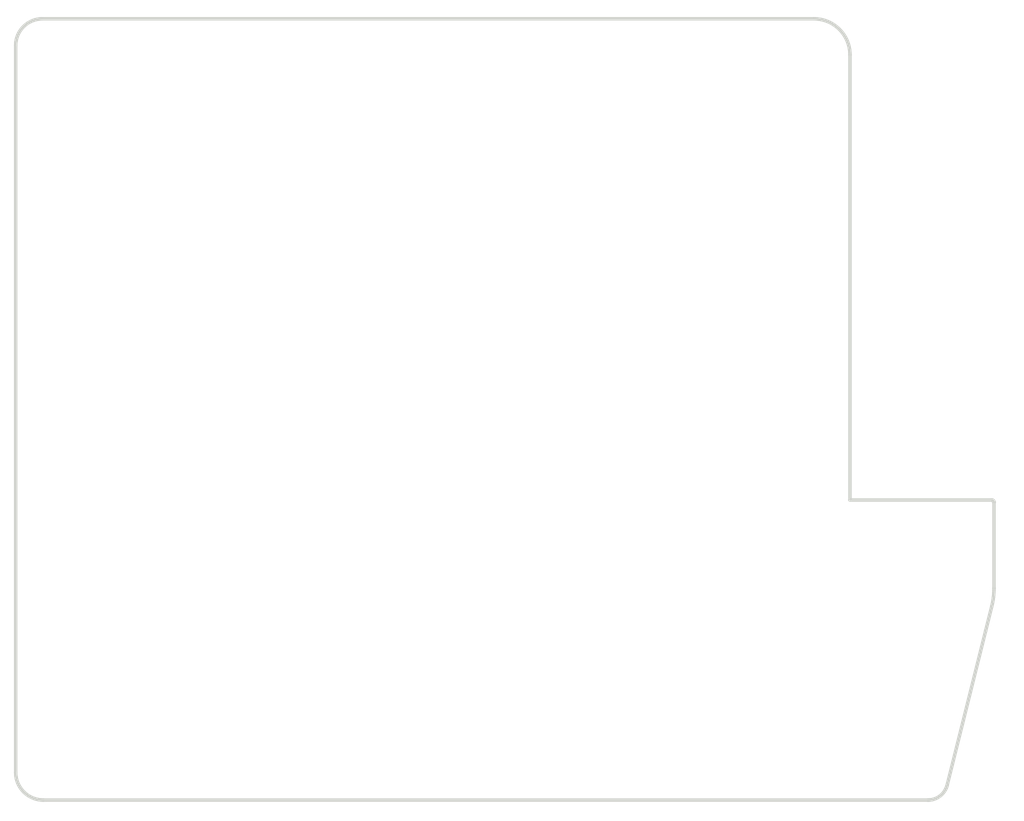
<source format=kicad_pcb>
(kicad_pcb (version 20211014) (generator pcbnew)
  (layers (0 "F.Cu" signal) (31 "B.Cu" signal) (34 "B.Paste" user) (35 "F.Paste" user) (36 "B.SilkS" user "B.Silkscreen") (37 "F.SilkS" user "F.Silkscreen") (38 "B.Mask" user) (39 "F.Mask" user) (44 "Edge.Cuts" user))
  (net 0 "")
  (net 1 "GND")
  (footprint "split-mini:spacer_m2_2.2mm" (layer "F.Cu") (at 48.46 74.8)
    (fp_text reference "Ref3" hide)
    (fp_text value "Val3" hide)
    (pad "" np_thru_hole circle locked (at 0 0) (size 2.2 2.2) (drill 2.2) (layers F&B.Cu *.Mask))
  )
  (footprint "split-mini:spacer_m2_2.2mm" (layer "F.Cu") (at 23.57 19.92)
    (fp_text reference "Ref1" hide)
    (fp_text value "Val1" hide)
    (pad "" np_thru_hole circle locked (at 0 0) (size 2.2 2.2) (drill 2.2) (layers F&B.Cu *.Mask))
  )
  (footprint "split-mini:spacer_m2_2.2mm" (layer "F.Cu") (at 94.74 73.21)
    (fp_text reference "Ref4" hide)
    (fp_text value "Val4" hide)
    (pad "" np_thru_hole circle locked (at 0 0) (size 2.2 2.2) (drill 2.2) (layers F&B.Cu *.Mask))
  )
  (footprint "split-mini:spacer_m2_2.2mm" (layer "F.Cu") (at 89.55 19.93)
    (fp_text reference "Ref2" hide)
    (fp_text value "Val2" hide)
    (pad "" np_thru_hole circle locked (at 0 0) (size 2.2 2.2) (drill 2.2) (layers F&B.Cu *.Mask))
  )
  (gr_line (start 14.780401 18.578385) (end 14.732187 18.700673) (layer "Edge.Cuts") (width 0.349999))
  (gr_line (start 107.99181 94.873409) (end 108.087317 94.740105) (layer "Edge.Cuts") (width 0.349999))
  (gr_line (start 112.896823 65.424635) (end 112.885225 65.42134) (layer "Edge.Cuts") (width 0.349999))
  (gr_line (start 98.210503 18.990315) (end 98.13032 18.833759) (layer "Edge.Cuts") (width 0.349999))
  (gr_line (start 97.948452 18.534392) (end 97.847223 18.392038) (layer "Edge.Cuts") (width 0.349999))
  (gr_line (start 96.820421 17.459222) (end 96.668372 17.371794) (layer "Edge.Cuts") (width 0.349999))
  (gr_line (start 15.268316 17.815929) (end 15.183682 17.913642) (layer "Edge.Cuts") (width 0.349999))
  (gr_line (start 112.83672 65.413958) (end 112.824143 65.413638) (layer "Edge.Cuts") (width 0.349999))
  (gr_line (start 16.213406 17.145251) (end 16.094126 17.199185) (layer "Edge.Cuts") (width 0.349999))
  (gr_line (start 15.485415 94.91984) (end 15.589743 95.009711) (layer "Edge.Cuts") (width 0.349999))
  (gr_line (start 15.809899 95.172677) (end 15.92527 95.245584) (layer "Edge.Cuts") (width 0.349999))
  (gr_line (start 15.589743 95.009711) (end 15.697981 95.094021) (layer "Edge.Cuts") (width 0.349999))
  (gr_line (start 15.450994 17.633234) (end 15.357477 17.722403) (layer "Edge.Cuts") (width 0.349999))
  (gr_line (start 107.375451 95.396875) (end 107.514993 95.313006) (layer "Edge.Cuts") (width 0.349999))
  (gr_line (start 112.960793 65.455393) (end 112.950877 65.449035) (layer "Edge.Cuts") (width 0.349999))
  (gr_line (start 112.930104 65.437751) (end 112.919278 65.432856) (layer "Edge.Cuts") (width 0.349999))
  (gr_line (start 95.669432 17.007325) (end 95.49063 16.975392) (layer "Edge.Cuts") (width 0.349999))
  (gr_line (start 108.210073 94.524731) (end 108.245187 94.44909) (layer "Edge.Cuts") (width 0.349999))
  (gr_line (start 112.849133 65.414903) (end 112.83672 65.413958) (layer "Edge.Cuts") (width 0.349999))
  (gr_line (start 97.11009 17.654897) (end 96.967737 17.553666) (layer "Edge.Cuts") (width 0.349999))
  (gr_line (start 106.756106 95.612478) (end 106.837995 95.596706) (layer "Edge.Cuts") (width 0.349999))
  (gr_line (start 94.937684 16.93355) (end 17.261574 16.93355) (layer "Edge.Cuts") (width 0.349999))
  (gr_line (start 96.511816 17.29161) (end 96.350983 17.218897) (layer "Edge.Cuts") (width 0.349999))
  (gr_line (start 107.647071 95.2182) (end 107.771015 95.112981) (layer "Edge.Cuts") (width 0.349999))
  (gr_line (start 113.068543 74.296435) (end 113.068543 74.296435) (layer "Edge.Cuts") (width 0.349999))
  (gr_line (start 107.771015 95.112981) (end 107.886153 94.997876) (layer "Edge.Cuts") (width 0.349999))
  (gr_line (start 16.545903 95.520564) (end 16.677186 95.556986) (layer "Edge.Cuts") (width 0.349999))
  (gr_line (start 15.037015 94.399857) (end 15.11568 94.511769) (layer "Edge.Cuts") (width 0.349999))
  (gr_line (start 112.844742 76.119097) (end 112.844742 76.119097) (layer "Edge.Cuts") (width 0.349999))
  (gr_line (start 98.042894 18.681709) (end 97.948452 18.534392) (layer "Edge.Cuts") (width 0.349999))
  (gr_line (start 112.885225 65.42134) (end 112.873401 65.41861) (layer "Edge.Cuts") (width 0.349999))
  (gr_line (start 15.357477 17.722403) (end 15.268316 17.815929) (layer "Edge.Cuts") (width 0.349999))
  (gr_line (start 113.012737 65.502594) (end 113.005055 65.493726) (layer "Edge.Cuts") (width 0.349999))
  (gr_line (start 98.405308 19.484738) (end 98.348225 19.316033) (layer "Edge.Cuts") (width 0.349999))
  (gr_line (start 106.589336 95.633784) (end 106.673192 95.624859) (layer "Edge.Cuts") (width 0.349999))
  (gr_line (start 14.9641 94.284491) (end 15.037015 94.399857) (layer "Edge.Cuts") (width 0.349999))
  (gr_line (start 113.012384 75.214608) (end 113.036924 74.985949) (layer "Edge.Cuts") (width 0.349999))
  (gr_line (start 95.30892 16.9523) (end 95.124528 16.938277) (layer "Edge.Cuts") (width 0.349999))
  (gr_line (start 17.356812 95.641024) (end 17.356812 95.641024) (layer "Edge.Cuts") (width 0.349999))
  (gr_line (start 14.897028 94.165902) (end 14.9641 94.284491) (layer "Edge.Cuts") (width 0.349999))
  (gr_line (start 15.2 94.62) (end 15.289879 94.724321) (layer "Edge.Cuts") (width 0.349999))
  (gr_line (start 112.861365 65.416459) (end 112.849133 65.414903) (layer "Edge.Cuts") (width 0.349999))
  (gr_line (start 113.068543 74.296435) (end 113.068543 65.658038) (layer "Edge.Cuts") (width 0.349999))
  (gr_line (start 14.835895 94.044317) (end 14.897028 94.165902) (layer "Edge.Cuts") (width 0.349999))
  (gr_line (start 14.568551 92.852954) (end 14.571977 92.991216) (layer "Edge.Cuts") (width 0.349999))
  (gr_line (start 108.331943 94.211539) (end 108.354386 94.129031) (layer "Edge.Cuts") (width 0.349999))
  (gr_line (start 113.053714 65.574017) (end 113.049338 65.56292) (layer "Edge.Cuts") (width 0.349999))
  (gr_line (start 15.650424 17.468643) (end 15.5487 17.548591) (layer "Edge.Cuts") (width 0.349999))
  (gr_line (start 14.568795 19.626572) (end 14.568795 19.626572) (layer "Edge.Cuts") (width 0.349999))
  (gr_line (start 113.005055 65.493726) (end 112.996963 65.485238) (layer "Edge.Cuts") (width 0.349999))
  (gr_line (start 16.718874 16.988305) (end 16.588593 17.018384) (layer "Edge.Cuts") (width 0.349999))
  (gr_line (start 97.247252 17.762686) (end 97.11009 17.654897) (layer "Edge.Cuts") (width 0.349999))
  (gr_line (start 14.731824 93.793074) (end 14.780796 93.919965) (layer "Edge.Cuts") (width 0.349999))
  (gr_line (start 16.851481 16.964613) (end 16.718874 16.988305) (layer "Edge.Cuts") (width 0.349999))
  (gr_line (start 15.865252 17.323509) (end 15.755998 17.393559) (layer "Edge.Cuts") (width 0.349999))
  (gr_line (start 113.036924 74.985949) (end 113.054477 74.756594) (layer "Edge.Cuts") (width 0.349999))
  (gr_line (start 15.11568 94.511769) (end 15.2 94.62) (layer "Edge.Cuts") (width 0.349999))
  (gr_line (start 17.356812 95.641024) (end 106.419137 95.641001) (layer "Edge.Cuts") (width 0.349999))
  (gr_line (start 16.043864 95.312647) (end 16.165452 95.373771) (layer "Edge.Cuts") (width 0.349999))
  (gr_line (start 112.897036 75.894817) (end 112.94242 75.669202) (layer "Edge.Cuts") (width 0.349999))
  (gr_line (start 16.810321 95.586997) (end 16.94508 95.6105) (layer "Edge.Cuts") (width 0.349999))
  (gr_line (start 14.732187 18.700673) (end 14.689853 18.825796) (layer "Edge.Cuts") (width 0.349999))
  (gr_line (start 106.504623 95.639186) (end 106.589336 95.633784) (layer "Edge.Cuts") (width 0.349999))
  (gr_line (start 106.673192 95.624859) (end 106.756106 95.612478) (layer "Edge.Cuts") (width 0.349999))
  (gr_line (start 107.886153 94.997876) (end 107.99181 94.873409) (layer "Edge.Cuts") (width 0.349999))
  (gr_line (start 94.937684 16.93355) (end 94.937684 16.93355) (layer "Edge.Cuts") (width 0.349999))
  (gr_line (start 14.571977 92.991216) (end 14.582194 93.128539) (layer "Edge.Cuts") (width 0.349999))
  (gr_line (start 113.067281 65.633054) (end 113.065727 65.620825) (layer "Edge.Cuts") (width 0.349999))
  (gr_line (start 98.568543 65.413607) (end 98.568543 65.413607) (layer "Edge.Cuts") (width 0.349999))
  (gr_line (start 108.245187 94.44909) (end 108.27726 94.371634) (layer "Edge.Cuts") (width 0.349999))
  (gr_line (start 113.057556 65.585372) (end 113.053714 65.574017) (layer "Edge.Cuts") (width 0.349999))
  (gr_line (start 113.065727 65.620825) (end 113.063578 65.608791) (layer "Edge.Cuts") (width 0.349999))
  (gr_line (start 17.261574 16.93355) (end 17.123 16.937066) (layer "Edge.Cuts") (width 0.349999))
  (gr_line (start 15.697981 95.094021) (end 15.809899 95.172677) (layer "Edge.Cuts") (width 0.349999))
  (gr_line (start 113.019992 65.511826) (end 113.012737 65.502594) (layer "Edge.Cuts") (width 0.349999))
  (gr_line (start 112.226159 78.600116) (end 112.844742 76.119097) (layer "Edge.Cuts") (width 0.349999))
  (gr_line (start 97.378996 17.876807) (end 97.247252 17.762686) (layer "Edge.Cuts") (width 0.349999))
  (gr_line (start 14.834325 18.459099) (end 14.780401 18.578385) (layer "Edge.Cuts") (width 0.349999))
  (gr_line (start 113.068543 65.658038) (end 113.068543 65.658038) (layer "Edge.Cuts") (width 0.349999))
  (gr_line (start 98.13032 18.833759) (end 98.042894 18.681709) (layer "Edge.Cuts") (width 0.349999))
  (gr_line (start 16.289808 95.428861) (end 16.416701 95.477824) (layer "Edge.Cuts") (width 0.349999))
  (gr_line (start 14.780796 93.919965) (end 14.835895 94.044317) (layer "Edge.Cuts") (width 0.349999))
  (gr_line (start 15.385224 94.824504) (end 15.385224 94.824504) (layer "Edge.Cuts") (width 0.349999))
  (gr_line (start 106.419137 95.641001) (end 106.419137 95.641001) (layer "Edge.Cuts") (width 0.349999))
  (gr_line (start 107.076671 95.529702) (end 107.22912 95.469282) (layer "Edge.Cuts") (width 0.349999))
  (gr_line (start 97.625315 18.12313) (end 97.505093 17.997031) (layer "Edge.Cuts") (width 0.349999))
  (gr_line (start 113.033162 65.531324) (end 113.026806 65.521408) (layer "Edge.Cuts") (width 0.349999))
  (gr_line (start 15.103743 18.015374) (end 15.028669 18.120954) (layer "Edge.Cuts") (width 0.349999))
  (gr_line (start 96.668372 17.371794) (end 96.511816 17.29161) (layer "Edge.Cuts") (width 0.349999))
  (gr_line (start 112.94242 75.669202) (end 112.980876 75.442413) (layer "Edge.Cuts") (width 0.349999))
  (gr_line (start 97.505093 17.997031) (end 97.378996 17.876807) (layer "Edge.Cuts") (width 0.349999))
  (gr_line (start 98.563819 20.377603) (end 98.549797 20.193212) (layer "Edge.Cuts") (width 0.349999))
  (gr_line (start 113.039047 65.541558) (end 113.033162 65.531324) (layer "Edge.Cuts") (width 0.349999))
  (gr_line (start 14.689074 93.663873) (end 14.731824 93.793074) (layer "Edge.Cuts") (width 0.349999))
  (gr_line (start 15.978018 17.258661) (end 15.865252 17.323509) (layer "Edge.Cuts") (width 0.349999))
  (gr_line (start 14.568551 92.852954) (end 14.568551 92.852954) (layer "Edge.Cuts") (width 0.349999))
  (gr_line (start 95.845096 17.04787) (end 95.669432 17.007325) (layer "Edge.Cuts") (width 0.349999))
  (gr_line (start 112.844742 76.119097) (end 112.897036 75.894817) (layer "Edge.Cuts") (width 0.349999))
  (gr_line (start 14.568795 19.626572) (end 14.568551 92.852954) (layer "Edge.Cuts") (width 0.349999))
  (gr_line (start 17.123 16.937066) (end 16.986246 16.947477) (layer "Edge.Cuts") (width 0.349999))
  (gr_line (start 108.306207 94.292428) (end 108.331943 94.211539) (layer "Edge.Cuts") (width 0.349999))
  (gr_line (start 112.988475 65.477145) (end 112.979608 65.469463) (layer "Edge.Cuts") (width 0.349999))
  (gr_line (start 14.652642 93.53259) (end 14.689074 93.663873) (layer "Edge.Cuts") (width 0.349999))
  (gr_line (start 14.689853 18.825796) (end 14.653568 18.953583) (layer "Edge.Cuts") (width 0.349999))
  (gr_line (start 113.060849 65.596968) (end 113.057556 65.585372) (layer "Edge.Cuts") (width 0.349999))
  (gr_line (start 108.087317 94.740105) (end 108.172 94.598491) (layer "Edge.Cuts") (width 0.349999))
  (gr_line (start 112.873401 65.41861) (end 112.861365 65.416459) (layer "Edge.Cuts") (width 0.349999))
  (gr_line (start 16.094126 17.199185) (end 15.978018 17.258661) (layer "Edge.Cuts") (width 0.349999))
  (gr_line (start 113.068225 65.645463) (end 113.067281 65.633054) (layer "Edge.Cuts") (width 0.349999))
  (gr_line (start 96.017394 17.096799) (end 95.845096 17.04787) (layer "Edge.Cuts") (width 0.349999))
  (gr_line (start 96.967737 17.553666) (end 96.820421 17.459222) (layer "Edge.Cuts") (width 0.349999))
  (gr_line (start 15.028669 18.120954) (end 14.958628 18.230215) (layer "Edge.Cuts") (width 0.349999))
  (gr_line (start 17.081233 95.627403) (end 17.218554 95.637609) (layer "Edge.Cuts") (width 0.349999))
  (gr_line (start 14.582697 19.351243) (end 14.572298 19.487998) (layer "Edge.Cuts") (width 0.349999))
  (gr_line (start 95.49063 16.975392) (end 95.30892 16.9523) (layer "Edge.Cuts") (width 0.349999))
  (gr_line (start 14.599821 19.216476) (end 14.582697 19.351243) (layer "Edge.Cuts") (width 0.349999))
  (gr_line (start 112.940642 65.443149) (end 112.930104 65.437751) (layer "Edge.Cuts") (width 0.349999))
  (gr_line (start 112.824143 65.413638) (end 112.824143 65.413638) (layer "Edge.Cuts") (width 0.349999))
  (gr_line (start 106.419137 95.641001) (end 106.504623 95.639186) (layer "Edge.Cuts") (width 0.349999))
  (gr_line (start 98.348225 19.316033) (end 98.283214 19.151149) (layer "Edge.Cuts") (width 0.349999))
  (gr_line (start 112.979608 65.469463) (end 112.970375 65.462207) (layer "Edge.Cuts") (width 0.349999))
  (gr_line (start 16.416701 95.477824) (end 16.545903 95.520564) (layer "Edge.Cuts") (width 0.349999))
  (gr_line (start 107.22912 95.469282) (end 107.375451 95.396875) (layer "Edge.Cuts") (width 0.349999))
  (gr_line (start 98.494777 19.832701) (end 98.454235 19.657037) (layer "Edge.Cuts") (width 0.349999))
  (gr_line (start 112.980876 75.442413) (end 113.012384 75.214608) (layer "Edge.Cuts") (width 0.349999))
  (gr_line (start 113.068543 65.658038) (end 113.068225 65.645463) (layer "Edge.Cuts") (width 0.349999))
  (gr_line (start 108.27726 94.371634) (end 108.306207 94.292428) (layer "Edge.Cuts") (width 0.349999))
  (gr_line (start 14.623501 19.083866) (end 14.599821 19.216476) (layer "Edge.Cuts") (width 0.349999))
  (gr_line (start 107.514993 95.313006) (end 107.647071 95.2182) (layer "Edge.Cuts") (width 0.349999))
  (gr_line (start 14.622621 93.399455) (end 14.652642 93.53259) (layer "Edge.Cuts") (width 0.349999))
  (gr_line (start 112.996963 65.485238) (end 112.988475 65.477145) (layer "Edge.Cuts") (width 0.349999))
  (gr_line (start 113.026806 65.521408) (end 113.019992 65.511826) (layer "Edge.Cuts") (width 0.349999))
  (gr_line (start 15.5487 17.548591) (end 15.450994 17.633234) (layer "Edge.Cuts") (width 0.349999))
  (gr_line (start 112.950877 65.449035) (end 112.940642 65.443149) (layer "Edge.Cuts") (width 0.349999))
  (gr_line (start 113.065023 74.526703) (end 113.068543 74.296435) (layer "Edge.Cuts") (width 0.349999))
  (gr_line (start 15.183682 17.913642) (end 15.103743 18.015374) (layer "Edge.Cuts") (width 0.349999))
  (gr_line (start 14.893791 18.342986) (end 14.834325 18.459099) (layer "Edge.Cuts") (width 0.349999))
  (gr_line (start 16.33569 17.097026) (end 16.213406 17.145251) (layer "Edge.Cuts") (width 0.349999))
  (gr_line (start 15.289879 94.724321) (end 15.385224 94.824504) (layer "Edge.Cuts") (width 0.349999))
  (gr_line (start 112.970375 65.462207) (end 112.960793 65.455393) (layer "Edge.Cuts") (width 0.349999))
  (gr_line (start 106.837995 95.596706) (end 106.918775 95.577609) (layer "Edge.Cuts") (width 0.349999))
  (gr_line (start 97.739435 18.254875) (end 97.625315 18.12313) (layer "Edge.Cuts") (width 0.349999))
  (gr_line (start 113.063578 65.608791) (end 113.060849 65.596968) (layer "Edge.Cuts") (width 0.349999))
  (gr_line (start 98.454235 19.657037) (end 98.405308 19.484738) (layer "Edge.Cuts") (width 0.349999))
  (gr_line (start 98.549797 20.193212) (end 98.526708 20.011502) (layer "Edge.Cuts") (width 0.349999))
  (gr_line (start 15.755998 17.393559) (end 15.650424 17.468643) (layer "Edge.Cuts") (width 0.349999))
  (gr_line (start 16.165452 95.373771) (end 16.289808 95.428861) (layer "Edge.Cuts") (width 0.349999))
  (gr_line (start 98.568543 20.564447) (end 98.568543 20.564447) (layer "Edge.Cuts") (width 0.349999))
  (gr_line (start 17.218554 95.637609) (end 17.356812 95.641024) (layer "Edge.Cuts") (width 0.349999))
  (gr_line (start 16.986246 16.947477) (end 16.851481 16.964613) (layer "Edge.Cuts") (width 0.349999))
  (gr_line (start 98.526708 20.011502) (end 98.494777 19.832701) (layer "Edge.Cuts") (width 0.349999))
  (gr_line (start 112.824143 65.413638) (end 98.568543 65.413607) (layer "Edge.Cuts") (width 0.349999))
  (gr_line (start 98.283214 19.151149) (end 98.210503 18.990315) (layer "Edge.Cuts") (width 0.349999))
  (gr_line (start 113.054477 74.756594) (end 113.065023 74.526703) (layer "Edge.Cuts") (width 0.349999))
  (gr_line (start 108.354386 94.129031) (end 108.354386 94.129031) (layer "Edge.Cuts") (width 0.349999))
  (gr_line (start 98.568543 20.564447) (end 98.563819 20.377603) (layer "Edge.Cuts") (width 0.349999))
  (gr_line (start 113.049338 65.56292) (end 113.044444 65.552095) (layer "Edge.Cuts") (width 0.349999))
  (gr_line (start 108.354386 94.129031) (end 112.226159 78.600116) (layer "Edge.Cuts") (width 0.349999))
  (gr_line (start 14.582194 93.128539) (end 14.599107 93.264695) (layer "Edge.Cuts") (width 0.349999))
  (gr_line (start 14.572298 19.487998) (end 14.568795 19.626572) (layer "Edge.Cuts") (width 0.349999))
  (gr_line (start 16.94508 95.6105) (end 17.081233 95.627403) (layer "Edge.Cuts") (width 0.349999))
  (gr_line (start 16.588593 17.018384) (end 16.460809 17.054681) (layer "Edge.Cuts") (width 0.349999))
  (gr_line (start 14.653568 18.953583) (end 14.623501 19.083866) (layer "Edge.Cuts") (width 0.349999))
  (gr_line (start 108.172 94.598491) (end 108.210073 94.524731) (layer "Edge.Cuts") (width 0.349999))
  (gr_line (start 96.350983 17.218897) (end 96.186099 17.153884) (layer "Edge.Cuts") (width 0.349999))
  (gr_line (start 96.186099 17.153884) (end 96.017394 17.096799) (layer "Edge.Cuts") (width 0.349999))
  (gr_line (start 95.124528 16.938277) (end 94.937684 16.93355) (layer "Edge.Cuts") (width 0.349999))
  (gr_line (start 16.677186 95.556986) (end 16.810321 95.586997) (layer "Edge.Cuts") (width 0.349999))
  (gr_line (start 15.92527 95.245584) (end 16.043864 95.312647) (layer "Edge.Cuts") (width 0.349999))
  (gr_line (start 106.918775 95.577609) (end 107.076671 95.529702) (layer "Edge.Cuts") (width 0.349999))
  (gr_line (start 97.847223 18.392038) (end 97.739435 18.254875) (layer "Edge.Cuts") (width 0.349999))
  (gr_line (start 98.568543 65.413607) (end 98.568543 20.564447) (layer "Edge.Cuts") (width 0.349999))
  (gr_line (start 14.958628 18.230215) (end 14.893791 18.342986) (layer "Edge.Cuts") (width 0.349999))
  (gr_line (start 113.044444 65.552095) (end 113.039047 65.541558) (layer "Edge.Cuts") (width 0.349999))
  (gr_line (start 14.599107 93.264695) (end 14.622621 93.399455) (layer "Edge.Cuts") (width 0.349999))
  (gr_line (start 112.908179 65.428479) (end 112.896823 65.424635) (layer "Edge.Cuts") (width 0.349999))
  (gr_line (start 15.385224 94.824504) (end 15.485415 94.91984) (layer "Edge.Cuts") (width 0.349999))
  (gr_line (start 16.460809 17.054681) (end 16.33569 17.097026) (layer "Edge.Cuts") (width 0.349999))
  (gr_line (start 112.919278 65.432856) (end 112.908179 65.428479) (layer "Edge.Cuts") (width 0.349999))
  (gr_line (start 112.226159 78.600116) (end 112.226159 78.600116) (layer "Edge.Cuts") (width 0.349999))
)
</source>
